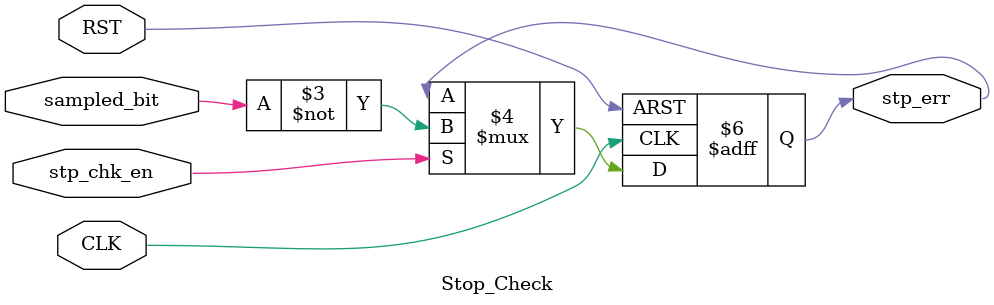
<source format=v>
module Stop_Check(
input              CLK,
input              RST,	
input              stp_chk_en,
input              sampled_bit,
output 	 reg       stp_err
);


always @(posedge CLK or negedge RST) 
begin
	if (!RST) 
	       begin
                 stp_err<=1'b0;
	       end
	else if(stp_chk_en)
	       begin 
     // If sampled bit =1 then no error so stp_err = 0 , and if sampled bit=0 then error so stp_error=1	       
		         stp_err<= ~sampled_bit;
	       end
end

endmodule
</source>
